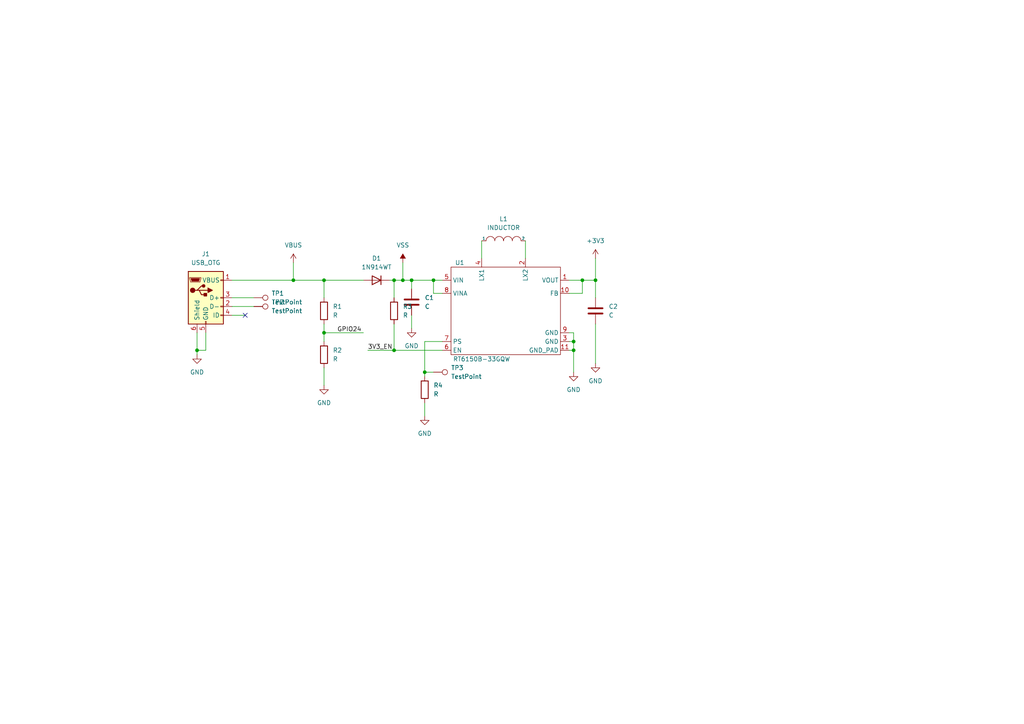
<source format=kicad_sch>
(kicad_sch (version 20211123) (generator eeschema)
  (paper "A4")
  (lib_symbols
    (symbol "Connector:TestPoint" (pin_numbers hide) (pin_names (offset 0.762) hide)
      (property "Reference" "TP" (at 0 6.858 0))
      (property "Value" "TestPoint" (at 0 5.08 0))
      (symbol "TestPoint_0_1"
        (circle (center 0 3.302) (radius 0.762))
      )
      (symbol "TestPoint_1_1"
        (pin passive line (at 0 0 90) (length 2.54) (name "1") (number "1"))
      )
    )
    (symbol "Connector:USB_OTG" (pin_names (offset 1.016))
      (property "Reference" "J" (at -5.08 11.43 0))
      (property "Value" "USB_OTG" (at -5.08 8.89 0))
      (symbol "USB_OTG_0_1"
        (rectangle (start -5.08 -7.62) (end 5.08 7.62) (stroke (width 0.254)) (fill (type background)))
        (circle (center -3.81 2.159) (radius 0.635) (stroke (width 0.254)) (fill (type outline)))
        (circle (center -0.635 3.429) (radius 0.381) (stroke (width 0.254)) (fill (type outline)))
        (rectangle (start -0.127 -7.62) (end 0.127 -6.858))
        (polyline (pts (xy -1.905 2.159) (xy 0.635 2.159)) (stroke (width 0.254)))
        (polyline (pts (xy -3.175 2.159) (xy -2.54 2.159) (xy -1.27 3.429) (xy -0.635 3.429)) (stroke (width 0.254)))
        (polyline (pts (xy -2.54 2.159) (xy -1.905 2.159) (xy -1.27 0.889) (xy 0 0.889)) (stroke (width 0.254)))
        (polyline (pts (xy 0.635 2.794) (xy 0.635 1.524) (xy 1.905 2.159) (xy 0.635 2.794)) (stroke (width 0.254)) (fill (type outline)))
        (polyline (pts (xy -4.318 5.588) (xy -1.778 5.588) (xy -2.032 4.826) (xy -4.064 4.826) (xy -4.318 5.588)) (fill (type outline)))
        (polyline (pts (xy -4.699 5.842) (xy -4.699 5.588) (xy -4.445 4.826) (xy -4.445 4.572) (xy -1.651 4.572) (xy -1.651 4.826) (xy -1.397 5.588) (xy -1.397 5.842) (xy -4.699 5.842)))
        (rectangle (start 0.254 1.27) (end -0.508 0.508) (stroke (width 0.254)) (fill (type outline)))
        (rectangle (start 5.08 -5.207) (end 4.318 -4.953))
        (rectangle (start 5.08 -2.667) (end 4.318 -2.413))
        (rectangle (start 5.08 -0.127) (end 4.318 0.127))
        (rectangle (start 5.08 4.953) (end 4.318 5.207))
      )
      (symbol "USB_OTG_1_1"
        (pin passive line (at 7.62 5.08 180) (length 2.54) (name "VBUS") (number "1"))
        (pin bidirectional line (at 7.62 -2.54 180) (length 2.54) (name "D-") (number "2"))
        (pin bidirectional line (at 7.62 0 180) (length 2.54) (name "D+") (number "3"))
        (pin passive line (at 7.62 -5.08 180) (length 2.54) (name "ID") (number "4"))
        (pin passive line (at 0 -10.16 90) (length 2.54) (name "GND") (number "5"))
        (pin passive line (at -2.54 -10.16 90) (length 2.54) (name "Shield") (number "6"))
      )
    )
    (symbol "Device:C" (pin_numbers hide) (pin_names (offset 0.254))
      (property "Reference" "C" (at 0.635 2.54 0))
      (property "Value" "C" (at 0.635 -2.54 0))
      (symbol "C_0_1"
        (polyline (pts (xy -2.032 -0.762) (xy 2.032 -0.762)) (stroke (width 0.508)))
        (polyline (pts (xy -2.032 0.762) (xy 2.032 0.762)) (stroke (width 0.508)))
      )
      (symbol "C_1_1"
        (pin passive line (at 0 3.81 270) (length 2.794) (name "~") (number "1"))
        (pin passive line (at 0 -3.81 90) (length 2.794) (name "~") (number "2"))
      )
    )
    (symbol "Device:R" (pin_numbers hide) (pin_names (offset 0))
      (property "Reference" "R" (at 2.032 0 90))
      (property "Value" "R" (at 0 0 90))
      (symbol "R_0_1"
        (rectangle (start -1.016 -2.54) (end 1.016 2.54) (stroke (width 0.254)))
      )
      (symbol "R_1_1"
        (pin passive line (at 0 3.81 270) (length 1.27) (name "~") (number "1"))
        (pin passive line (at 0 -3.81 90) (length 1.27) (name "~") (number "2"))
      )
    )
    (symbol "Diode:1N914WT" (pin_numbers hide) (pin_names (offset 1.016) hide)
      (property "Reference" "D" (at 0 2.54 0))
      (property "Value" "1N914WT" (at 0 -2.54 0))
      (symbol "1N914WT_0_1"
        (polyline (pts (xy -1.27 1.27) (xy -1.27 -1.27)) (stroke (width 0.254)))
        (polyline (pts (xy 1.27 0) (xy -1.27 0)))
        (polyline (pts (xy 1.27 1.27) (xy 1.27 -1.27) (xy -1.27 0) (xy 1.27 1.27)) (stroke (width 0.254)))
      )
      (symbol "1N914WT_1_1"
        (pin passive line (at -3.81 0 0) (length 2.54) (name "K") (number "1"))
        (pin passive line (at 3.81 0 180) (length 2.54) (name "A") (number "2"))
      )
    )
    (symbol "SUMO PROJ 1:RT6150B-33GQW"
      (property "Reference" "U" (at -13.97 13.97 0))
      (property "Value" "RT6150B-33GQW" (at -6.35 -13.97 0))
      (symbol "RT6150B-33GQW_0_1"
        (rectangle (start -15.24 12.7) (end 16.51 -12.7))
      )
      (symbol "RT6150B-33GQW_1_1"
        (pin output line (at 19.05 8.89 180) (length 2.54) (name "VOUT") (number "1"))
        (pin input line (at 19.05 5.08 180) (length 2.54) (name "FB") (number "10"))
        (pin input line (at 19.05 -11.43 180) (length 2.54) (name "GND_PAD") (number "11"))
        (pin bidirectional line (at 6.35 15.24 270) (length 2.54) (name "LX2") (number "2"))
        (pin input line (at 19.05 -8.89 180) (length 2.54) (name "GND") (number "3"))
        (pin bidirectional line (at -6.35 15.24 270) (length 2.54) (name "LX1") (number "4"))
        (pin input line (at -17.78 8.89 0) (length 2.54) (name "VIN") (number "5"))
        (pin input line (at -17.78 -11.43 0) (length 2.54) (name "EN") (number "6"))
        (pin input line (at -17.78 -8.89 0) (length 2.54) (name "PS") (number "7"))
        (pin input line (at -17.78 5.08 0) (length 2.54) (name "VINA") (number "8"))
        (pin input line (at 19.05 -6.35 180) (length 2.54) (name "GND") (number "9"))
      )
    )
    (symbol "power:+3.3V" (power) (pin_names (offset 0))
      (property "Value" "+3.3V" (at 0 3.556 0))
      (symbol "+3.3V_0_1"
        (polyline (pts (xy -0.762 1.27) (xy 0 2.54)))
        (polyline (pts (xy 0 0) (xy 0 2.54)))
        (polyline (pts (xy 0 2.54) (xy 0.762 1.27)))
      )
      (symbol "+3.3V_1_1"
        (pin power_in line (at 0 0 90) (length 0) hide (name "+3V3") (number "1"))
      )
    )
    (symbol "power:GND" (power) (pin_names (offset 0))
      (property "Value" "GND" (at 0 -3.81 0))
      (symbol "GND_0_1"
        (polyline (pts (xy 0 0) (xy 0 -1.27) (xy 1.27 -1.27) (xy 0 -2.54) (xy -1.27 -1.27) (xy 0 -1.27)))
      )
      (symbol "GND_1_1"
        (pin power_in line (at 0 0 270) (length 0) hide (name "GND") (number "1"))
      )
    )
    (symbol "power:VBUS" (power) (pin_names (offset 0))
      (property "Value" "VBUS" (at 0 3.81 0))
      (symbol "VBUS_0_1"
        (polyline (pts (xy -0.762 1.27) (xy 0 2.54)))
        (polyline (pts (xy 0 0) (xy 0 2.54)))
        (polyline (pts (xy 0 2.54) (xy 0.762 1.27)))
      )
      (symbol "VBUS_1_1"
        (pin power_in line (at 0 0 90) (length 0) hide (name "VBUS") (number "1"))
      )
    )
    (symbol "power:VSS" (power) (pin_names (offset 0))
      (property "Value" "VSS" (at 0 3.81 0))
      (symbol "VSS_0_1"
        (polyline (pts (xy 0 0) (xy 0 2.54)))
        (polyline (pts (xy 0.762 1.27) (xy -0.762 1.27) (xy 0 2.54) (xy 0.762 1.27)) (fill (type outline)))
      )
      (symbol "VSS_1_1"
        (pin power_in line (at 0 0 90) (length 0) hide (name "VSS") (number "1"))
      )
    )
    (symbol "pspice:INDUCTOR" (pin_numbers hide) (pin_names (offset 0))
      (property "Reference" "L" (at 0 2.54 0))
      (property "Value" "INDUCTOR" (at 0 -1.27 0))
      (symbol "INDUCTOR_0_1"
        (arc (start -2.54 0) (mid -3.81 1.27) (end -5.08 0))
        (arc (start 0 0) (mid -1.27 1.27) (end -2.54 0))
        (arc (start 2.54 0) (mid 1.27 1.27) (end 0 0))
        (arc (start 5.08 0) (mid 3.81 1.27) (end 2.54 0))
      )
      (symbol "INDUCTOR_1_1"
        (pin input line (at -6.35 0 0) (length 1.27) (name "1") (number "1"))
        (pin input line (at 6.35 0 180) (length 1.27) (name "2") (number "2"))
      )
    )
  )
  (junction (at 166.37 101.6))
  (junction (at 114.3 101.6))
  (junction (at 125.73 81.28))
  (junction (at 116.84 81.28))
  (junction (at 57.15 101.6))
  (junction (at 168.91 81.28))
  (junction (at 166.37 99.06))
  (junction (at 123.19 107.95))
  (junction (at 85.09 81.28))
  (junction (at 114.3 81.28))
  (junction (at 93.98 96.52))
  (junction (at 93.98 81.28))
  (junction (at 172.72 81.28))
  (junction (at 119.38 81.28))
  (no_connect (at 71.12 91.44))
  (wire (pts (xy 116.84 81.28) (xy 119.38 81.28)))
  (wire (pts (xy 172.72 93.98) (xy 172.72 105.41)))
  (wire (pts (xy 165.1 96.52) (xy 166.37 96.52)))
  (wire (pts (xy 172.72 74.93) (xy 172.72 81.28)))
  (wire (pts (xy 166.37 101.6) (xy 166.37 107.95)))
  (wire (pts (xy 106.68 101.6) (xy 114.3 101.6)))
  (wire (pts (xy 93.98 96.52) (xy 105.41 96.52)))
  (wire (pts (xy 119.38 81.28) (xy 119.38 83.82)))
  (wire (pts (xy 93.98 93.98) (xy 93.98 96.52)))
  (wire (pts (xy 172.72 81.28) (xy 172.72 86.36)))
  (wire (pts (xy 125.73 85.09) (xy 125.73 81.28)))
  (wire (pts (xy 165.1 101.6) (xy 166.37 101.6)))
  (wire (pts (xy 85.09 76.2) (xy 85.09 81.28)))
  (wire (pts (xy 128.27 99.06) (xy 123.19 99.06)))
  (wire (pts (xy 123.19 99.06) (xy 123.19 107.95)))
  (wire (pts (xy 123.19 107.95) (xy 123.19 109.22)))
  (wire (pts (xy 93.98 81.28) (xy 105.41 81.28)))
  (wire (pts (xy 166.37 99.06) (xy 166.37 101.6)))
  (wire (pts (xy 67.31 91.44) (xy 71.12 91.44)))
  (wire (pts (xy 85.09 81.28) (xy 93.98 81.28)))
  (wire (pts (xy 67.31 88.9) (xy 73.66 88.9)))
  (wire (pts (xy 59.69 96.52) (xy 59.69 101.6)))
  (wire (pts (xy 165.1 99.06) (xy 166.37 99.06)))
  (wire (pts (xy 113.03 81.28) (xy 114.3 81.28)))
  (wire (pts (xy 165.1 85.09) (xy 168.91 85.09)))
  (wire (pts (xy 168.91 81.28) (xy 172.72 81.28)))
  (wire (pts (xy 114.3 81.28) (xy 116.84 81.28)))
  (wire (pts (xy 168.91 81.28) (xy 168.91 85.09)))
  (wire (pts (xy 116.84 76.2) (xy 116.84 81.28)))
  (wire (pts (xy 165.1 81.28) (xy 168.91 81.28)))
  (wire (pts (xy 125.73 81.28) (xy 128.27 81.28)))
  (wire (pts (xy 57.15 96.52) (xy 57.15 101.6)))
  (wire (pts (xy 114.3 81.28) (xy 114.3 86.36)))
  (wire (pts (xy 119.38 91.44) (xy 119.38 95.25)))
  (wire (pts (xy 123.19 116.84) (xy 123.19 120.65)))
  (wire (pts (xy 93.98 86.36) (xy 93.98 81.28)))
  (wire (pts (xy 114.3 101.6) (xy 128.27 101.6)))
  (wire (pts (xy 67.31 81.28) (xy 85.09 81.28)))
  (wire (pts (xy 152.4 69.85) (xy 152.4 74.93)))
  (wire (pts (xy 59.69 101.6) (xy 57.15 101.6)))
  (wire (pts (xy 93.98 96.52) (xy 93.98 99.06)))
  (wire (pts (xy 128.27 85.09) (xy 125.73 85.09)))
  (wire (pts (xy 93.98 106.68) (xy 93.98 111.76)))
  (wire (pts (xy 114.3 93.98) (xy 114.3 101.6)))
  (wire (pts (xy 119.38 81.28) (xy 125.73 81.28)))
  (wire (pts (xy 139.7 69.85) (xy 139.7 74.93)))
  (wire (pts (xy 123.19 107.95) (xy 125.73 107.95)))
  (wire (pts (xy 57.15 101.6) (xy 57.15 102.87)))
  (wire (pts (xy 166.37 96.52) (xy 166.37 99.06)))
  (wire (pts (xy 67.31 86.36) (xy 73.66 86.36)))
  (label "GPIO24" (at 97.79 96.52 0))
  (label "3V3_EN" (at 106.68 101.6 0))
  (symbol (lib_id "Connector:USB_OTG") (at 59.69 86.36 0) (unit 1)
    (property "Reference" "J1" (at 59.69 73.66 0))
    (property "Value" "USB_OTG" (at 59.69 76.2 0))
    (property "Datasheet" " ~" (effects hide))
  )
  (symbol (lib_id "Device:R") (at 93.98 90.17 0) (unit 1)
    (property "Reference" "R1" (at 96.52 88.8999 0) (effects (justify left)))
    (property "Value" "R" (at 96.52 91.4399 0) (effects (justify left)))
    (property "Footprint" "Resistor_SMD:R_0603_1608Metric_Pad0.98x0.95mm_HandSolder" (effects hide))
  )
  (symbol (lib_id "power:GND") (at 57.15 102.87 0) (unit 1)
    (property "Reference" "#PWR0109" (effects hide))
    (property "Value" "GND" (at 57.15 107.95 0))
  )
  (symbol (lib_id "SUMO PROJ 1:RT6150B-33GQW") (at 146.05 90.17 0) (unit 1)
    (property "Reference" "U1" (at 133.35 76.2 0))
    (property "Value" "RT6150B-33GQW" (at 139.7 104.14 0))
    (property "Footprint" "GREGORY:WDFN103X3" (effects hide))
  )
  (symbol (lib_id "Connector:TestPoint") (at 125.73 107.95 270) (unit 1)
    (property "Reference" "TP3" (at 130.81 106.6799 90) (effects (justify left)))
    (property "Value" "TestPoint" (at 130.81 109.2199 90) (effects (justify left)))
  )
  (symbol (lib_id "Connector:TestPoint") (at 73.66 86.36 270) (unit 1)
    (property "Reference" "TP1" (at 78.74 85.0899 90) (effects (justify left)))
    (property "Value" "TestPoint" (at 78.74 87.6299 90) (effects (justify left)))
  )
  (symbol (lib_id "power:+3.3V") (at 172.72 74.93 0) (unit 1)
    (property "Reference" "#PWR0101" (effects hide))
    (property "Value" "+3.3V" (at 172.72 69.85 0))
  )
  (symbol (lib_id "Device:R") (at 123.19 113.03 0) (unit 1)
    (property "Reference" "R4" (at 125.73 111.7599 0) (effects (justify left)))
    (property "Value" "R" (at 125.73 114.2999 0) (effects (justify left)))
    (property "Footprint" "Resistor_SMD:R_0603_1608Metric_Pad0.98x0.95mm_HandSolder" (effects hide))
  )
  (symbol (lib_id "Connector:TestPoint") (at 73.66 88.9 270) (unit 1)
    (property "Reference" "TP2" (at 78.74 87.6299 90) (effects (justify left)))
    (property "Value" "TestPoint" (at 78.74 90.1699 90) (effects (justify left)))
  )
  (symbol (lib_id "power:GND") (at 172.72 105.41 0) (unit 1)
    (property "Reference" "#PWR0102" (effects hide))
    (property "Value" "GND" (at 172.72 110.49 0))
  )
  (symbol (lib_id "Device:R") (at 114.3 90.17 0) (unit 1)
    (property "Reference" "R3" (at 116.84 88.8999 0) (effects (justify left)))
    (property "Value" "R" (at 116.84 91.4399 0) (effects (justify left)))
    (property "Footprint" "Resistor_SMD:R_0603_1608Metric_Pad0.98x0.95mm_HandSolder" (effects hide))
  )
  (symbol (lib_id "Device:R") (at 93.98 102.87 0) (unit 1)
    (property "Reference" "R2" (at 96.52 101.5999 0) (effects (justify left)))
    (property "Value" "R" (at 96.52 104.1399 0) (effects (justify left)))
    (property "Footprint" "Resistor_SMD:R_0603_1608Metric_Pad0.98x0.95mm_HandSolder" (effects hide))
  )
  (symbol (lib_id "power:VBUS") (at 85.09 76.2 0) (unit 1)
    (property "Reference" "#PWR0108" (effects hide))
    (property "Value" "VBUS" (at 85.09 71.12 0))
  )
  (symbol (lib_id "power:GND") (at 93.98 111.76 0) (unit 1)
    (property "Reference" "#PWR0107" (effects hide))
    (property "Value" "GND" (at 93.98 116.84 0))
  )
  (symbol (lib_id "power:VSS") (at 116.84 76.2 0) (unit 1)
    (property "Reference" "#PWR0106" (effects hide))
    (property "Value" "VSS" (at 116.84 71.12 0))
  )
  (symbol (lib_id "power:GND") (at 119.38 95.25 0) (unit 1)
    (property "Reference" "#PWR0104" (effects hide))
    (property "Value" "GND" (at 119.38 100.33 0))
  )
  (symbol (lib_id "Device:C") (at 172.72 90.17 0) (unit 1)
    (property "Reference" "C2" (at 176.53 88.8999 0) (effects (justify left)))
    (property "Value" "C" (at 176.53 91.4399 0) (effects (justify left)))
    (property "Footprint" "Capacitor_SMD:C_0603_1608Metric_Pad1.08x0.95mm_HandSolder" (effects hide))
  )
  (symbol (lib_id "power:GND") (at 166.37 107.95 0) (unit 1)
    (property "Reference" "#PWR0103" (effects hide))
    (property "Value" "GND" (at 166.37 113.03 0))
  )
  (symbol (lib_id "power:GND") (at 123.19 120.65 0) (unit 1)
    (property "Reference" "#PWR0105" (effects hide))
    (property "Value" "GND" (at 123.19 125.73 0))
  )
  (symbol (lib_id "Device:C") (at 119.38 87.63 0) (unit 1)
    (property "Reference" "C1" (at 123.19 86.3599 0) (effects (justify left)))
    (property "Value" "C" (at 123.19 88.8999 0) (effects (justify left)))
    (property "Footprint" "Capacitor_SMD:C_0603_1608Metric_Pad1.08x0.95mm_HandSolder" (effects hide))
  )
  (symbol (lib_id "Diode:1N914WT") (at 109.22 81.28 180) (unit 1)
    (property "Reference" "D1" (at 109.22 74.93 0))
    (property "Value" "1N914WT" (at 109.22 77.47 0))
    (property "Footprint" "Diode_SMD:D_SOD-523" (effects hide))
    (property "Datasheet" "http://www.mouser.com/ds/2/149/1N4148WT-461550.pdf" (effects hide))
  )
  (symbol (lib_id "pspice:INDUCTOR") (at 146.05 69.85 0) (unit 1)
    (property "Reference" "L1" (at 146.05 63.5 0))
    (property "Value" "INDUCTOR" (at 146.05 66.04 0))
    (property "Footprint" "Inductor_SMD:L_0805_2012Metric_Pad1.05x1.20mm_HandSolder" (effects hide))
  )
)
</source>
